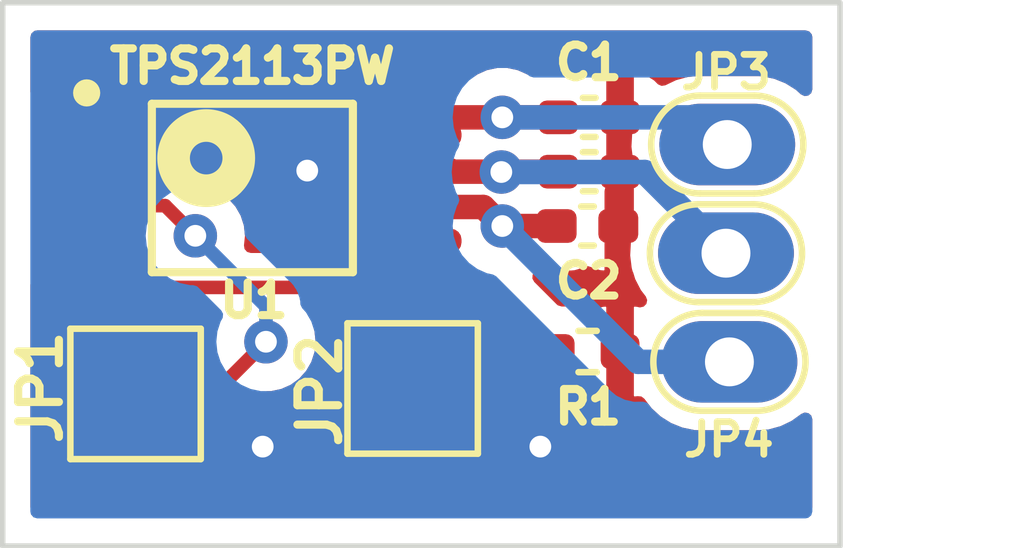
<source format=kicad_pcb>
(kicad_pcb (version 20211014) (generator pcbnew)
  (layers (0 "F.Cu" signal) (31 "B.Cu" signal) (34 "B.Paste" user) (35 "F.Paste" user) (36 "B.SilkS" user "B.Silkscreen") (37 "F.SilkS" user "F.Silkscreen") (38 "B.Mask" user) (39 "F.Mask" user) (44 "Edge.Cuts" user))
  (net 0 "")
  (net 1 "GND")
  (net 2 "+3.3V")
  (net 3 "+5V")
  (net 4 "VCC")
  (net 5 "VSELECT")
  (net 6 "Net-(R1-Pad2)")
  (footprint "TestPoint:TestPoint_Pad_2.0x2.0mm" (layer "F.Cu") (at 34.5 24.48)
    (fp_text reference "JP2" (at -1.71 0.04 90) (layer "F.SilkS") (effects (font (size 0.75 0.75))))
    (fp_text value "GND")
    (fp_line (start 1.2 1.2) (end -1.2 1.2) (layer "F.SilkS") (width 0.12))
    (fp_line (start 1.2 -1.2) (end 1.2 1.2) (layer "F.SilkS") (width 0.12))
    (fp_line (start -1.2 -1.2) (end 1.2 -1.2) (layer "F.SilkS") (width 0.12))
    (fp_line (start -1.2 1.2) (end -1.2 -1.2) (layer "F.SilkS") (width 0.12))
    (pad "1" smd rect (at 0 0) (size 2 2) (layers "F.Cu" "F.Mask") (net 1 "GND"))
  )
  (footprint "Capacitor_SMD:C_0402_1005Metric_Pad0.74x0.62mm_HandSolder" (layer "F.Cu") (at 37.75 19.49 180)
    (fp_text reference "C1" (at 0.01 1.01) (layer "F.SilkS") (effects (font (size 0.6 0.6))))
    (fp_text value "0.1 uF")
    (fp_line (start -0.115835 -0.36) (end 0.115835 -0.36) (layer "F.SilkS") (width 0.12))
    (fp_line (start -0.115835 0.36) (end 0.115835 0.36) (layer "F.SilkS") (width 0.12))
    (pad "1" smd roundrect (at -0.5675 0 180) (size 0.735 0.62) (layers "F.Cu" "F.Paste" "F.Mask") (net 1 "GND"))
    (pad "2" smd roundrect (at 0.5675 0 180) (size 0.735 0.62) (layers "F.Cu" "F.Paste" "F.Mask") (net 2 "+3.3V"))
  )
  (footprint "Personal:Texas_Instruments-TPS2113PW-Level_A" (layer "F.Cu") (at 31.55 20.79)
    (fp_text reference "U1" (at -0.67 2.07) (layer "F.SilkS") (effects (font (size 0.6 0.6)) (justify left)))
    (fp_text value "TPS2113PW" (at 0 -2.24) (layer "F.SilkS") (effects (font (size 0.6 0.6))))
    (fp_line (start -1.849999 1.549999) (end -1.849999 -1.549999) (layer "F.SilkS") (width 0.15))
    (fp_line (start -1.849999 1.549999) (end 1.850001 1.549999) (layer "F.SilkS") (width 0.15))
    (fp_line (start -1.849999 -1.549999) (end 1.850001 -1.549999) (layer "F.SilkS") (width 0.15))
    (fp_line (start 1.850001 1.549999) (end 1.850001 -1.549999) (layer "F.SilkS") (width 0.15))
    (fp_circle (center -3.049999 -1.749999) (end -2.924998 -1.749999) (layer "F.SilkS") (width 0.249999) (fill none))
    (fp_circle (center -0.849998 -0.549999) (end -0.549999 -0.549999) (layer "F.SilkS") (width 0.599999) (fill none))
    (pad "1" smd roundrect (at -3.049999 -0.974999 270) (size 0.449999 1.599999) (layers "F.Cu" "F.Paste" "F.Mask") (roundrect_rratio 0.4399965333))
    (pad "2" smd roundrect (at -3.049999 -0.324998 270) (size 0.449999 1.599999) (layers "F.Cu" "F.Paste" "F.Mask") (roundrect_rratio 0.4399965333) (net 1 "GND"))
    (pad "3" smd roundrect (at -3.049999 0.325001 270) (size 0.449999 1.599999) (layers "F.Cu" "F.Paste" "F.Mask") (roundrect_rratio 0.4399965333) (net 5 "VSELECT"))
    (pad "4" smd roundrect (at -3.049999 0.975002 270) (size 0.449999 1.599999) (layers "F.Cu" "F.Paste" "F.Mask") (roundrect_rratio 0.4399965333) (net 6 "Net-(R1-Pad2)"))
    (pad "5" smd roundrect (at 3.050002 0.975002 270) (size 0.449999 1.599999) (layers "F.Cu" "F.Paste" "F.Mask") (roundrect_rratio 0.4399965333) (net 1 "GND"))
    (pad "6" smd roundrect (at 3.050002 0.325001 270) (size 0.449999 1.599999) (layers "F.Cu" "F.Paste" "F.Mask") (roundrect_rratio 0.4399965333) (net 3 "+5V"))
    (pad "7" smd roundrect (at 3.050002 -0.324998 270) (size 0.449999 1.599999) (layers "F.Cu" "F.Paste" "F.Mask") (roundrect_rratio 0.4399965333) (net 4 "VCC"))
    (pad "8" smd roundrect (at 3.050002 -0.974999 270) (size 0.449999 1.599999) (layers "F.Cu" "F.Paste" "F.Mask") (roundrect_rratio 0.4399965333) (net 2 "+3.3V"))
  )
  (footprint "Personal:Vpower-Switch-Pad" (layer "F.Cu") (at 40.29 18.89)
    (fp_text reference "JP3" (at -0.02 -0.23 unlocked) (layer "F.SilkS") (effects (font (size 0.6 0.6) (thickness 0.125))))
    (fp_text value "3.3V")
    (fp_line (start -0.5 2) (end 0.5 2) (layer "F.SilkS") (width 0.12))
    (fp_line (start -0.5 0.2) (end 0.5 0.2) (layer "F.SilkS") (width 0.12))
    (fp_arc (start -0.5 2) (mid -1.4 1.1) (end -0.5 0.2) (layer "F.SilkS") (width 0.12))
    (fp_arc (start 0.5 0.2) (mid 1.4 1.1) (end 0.5 2) (layer "F.SilkS") (width 0.12))
    (pad "1" thru_hole oval (at 0 1.1 90) (size 1.5 2.5) (drill 0.9) (layers *.Cu *.Mask) (net 2 "+3.3V"))
  )
  (footprint "Personal:Vpower-Switch-Pad" (layer "F.Cu") (at 40.266635 20.89)
    (fp_text reference "JP5" hide)
    (fp_text value "VCC")
    (fp_line (start -0.5 0.2) (end 0.5 0.2) (layer "F.SilkS") (width 0.12))
    (fp_line (start -0.5 2) (end 0.5 2) (layer "F.SilkS") (width 0.12))
    (fp_arc (start -0.5 2) (mid -1.4 1.1) (end -0.5 0.2) (layer "F.SilkS") (width 0.12))
    (fp_arc (start 0.5 0.2) (mid 1.4 1.1) (end 0.5 2) (layer "F.SilkS") (width 0.12))
    (pad "1" thru_hole oval (at 0 1.1 90) (size 1.5 2.5) (drill 0.9) (layers *.Cu *.Mask) (net 4 "VCC"))
  )
  (footprint "Capacitor_SMD:C_0402_1005Metric_Pad0.74x0.62mm_HandSolder" (layer "F.Cu") (at 37.7175 21.49)
    (fp_text reference "C2" (at 0.0225 1.01) (layer "F.SilkS") (effects (font (size 0.6 0.6))))
    (fp_text value "0.1 uF")
    (fp_line (start -0.115835 -0.36) (end 0.115835 -0.36) (layer "F.SilkS") (width 0.12))
    (fp_line (start -0.115835 0.36) (end 0.115835 0.36) (layer "F.SilkS") (width 0.12))
    (pad "1" smd roundrect (at -0.5675 0) (size 0.735 0.62) (layers "F.Cu" "F.Paste" "F.Mask") (net 3 "+5V"))
    (pad "2" smd roundrect (at 0.5675 0) (size 0.735 0.62) (layers "F.Cu" "F.Paste" "F.Mask") (net 1 "GND"))
  )
  (footprint "Capacitor_SMD:C_0402_1005Metric_Pad0.74x0.62mm_HandSolder" (layer "F.Cu") (at 37.75 20.49)
    (fp_text reference "C3" hide)
    (fp_text value "10 uF")
    (fp_line (start -0.115835 -0.36) (end 0.115835 -0.36) (layer "F.SilkS") (width 0.12))
    (fp_line (start -0.115835 0.36) (end 0.115835 0.36) (layer "F.SilkS") (width 0.12))
    (pad "1" smd roundrect (at -0.5675 0) (size 0.735 0.62) (layers "F.Cu" "F.Paste" "F.Mask") (net 4 "VCC"))
    (pad "2" smd roundrect (at 0.5675 0) (size 0.735 0.62) (layers "F.Cu" "F.Paste" "F.Mask") (net 1 "GND"))
  )
  (footprint "Resistor_SMD:R_0402_1005Metric_Pad0.72x0.64mm_HandSolder" (layer "F.Cu") (at 37.72 23.8 180)
    (fp_text reference "R1" (at -0.01 -1.02) (layer "F.SilkS") (effects (font (size 0.6 0.6))))
    (fp_text value "550")
    (fp_line (start -0.167621 -0.38) (end 0.167621 -0.38) (layer "F.SilkS") (width 0.12))
    (fp_line (start -0.167621 0.38) (end 0.167621 0.38) (layer "F.SilkS") (width 0.12))
    (pad "1" smd roundrect (at -0.5975 0 180) (size 0.715 0.64) (layers "F.Cu" "F.Paste" "F.Mask") (net 1 "GND"))
    (pad "2" smd roundrect (at 0.5975 0 180) (size 0.715 0.64) (layers "F.Cu" "F.Paste" "F.Mask") (net 6 "Net-(R1-Pad2)"))
  )
  (footprint "TestPoint:TestPoint_Pad_2.0x2.0mm" (layer "F.Cu") (at 29.4 24.58)
    (fp_text reference "JP1" (at -1.75 -0.12 90) (layer "F.SilkS") (effects (font (size 0.75 0.75))))
    (fp_text value "VSELECT")
    (fp_line (start -1.2 -1.2) (end 1.2 -1.2) (layer "F.SilkS") (width 0.12))
    (fp_line (start -1.2 1.2) (end -1.2 -1.2) (layer "F.SilkS") (width 0.12))
    (fp_line (start 1.2 -1.2) (end 1.2 1.2) (layer "F.SilkS") (width 0.12))
    (fp_line (start 1.2 1.2) (end -1.2 1.2) (layer "F.SilkS") (width 0.12))
    (pad "1" smd rect (at 0 0) (size 2 2) (layers "F.Cu" "F.Mask") (net 5 "VSELECT"))
  )
  (footprint "Personal:Vpower-Switch-Pad" (layer "F.Cu") (at 40.33 22.89)
    (fp_text reference "JP4" (at -0.01 2.53 unlocked) (layer "F.SilkS") (effects (font (size 0.6 0.6) (thickness 0.125))))
    (fp_text value "5V")
    (fp_line (start -0.5 0.2) (end 0.5 0.2) (layer "F.SilkS") (width 0.12))
    (fp_line (start -0.5 2) (end 0.5 2) (layer "F.SilkS") (width 0.12))
    (fp_arc (start 0.5 0.2) (mid 1.4 1.1) (end 0.5 2) (layer "F.SilkS") (width 0.12))
    (fp_arc (start -0.5 2) (mid -1.4 1.1) (end -0.5 0.2) (layer "F.SilkS") (width 0.12))
    (pad "1" thru_hole oval (at 0 1.1 90) (size 1.5 2.5) (drill 0.9) (layers *.Cu *.Mask) (net 3 "+5V"))
  )
  (gr_rect (start 42.365 27.38) (end 26.955 17.38) (layer "Edge.Cuts") (width 0.1) (fill none))
  (segment (start 38.3175 19.49) (end 38.3175 21.4575) (width 0.25) (layer "F.Cu") (net 1))
  (segment (start 33.88137 21.765002) (end 34.600002 21.765002) (width 0.45) (layer "F.Cu") (net 1))
  (segment (start 32.58137 20.465002) (end 33.88137 21.765002) (width 0.45) (layer "F.Cu") (net 1))
  (segment (start 38.3175 21.4575) (end 38.285 21.49) (width 0.25) (layer "F.Cu") (net 1))
  (segment (start 28.500001 20.465002) (end 32.58137 20.465002) (width 0.45) (layer "F.Cu") (net 1))
  (via (at 31.74 25.55) (size 0.8) (drill 0.4) (layers "F.Cu" "B.Cu") (net 1))
  (via (at 36.85 25.55) (size 0.8) (drill 0.4) (layers "F.Cu" "B.Cu") (net 1))
  (via (at 32.56 20.47) (size 0.8) (drill 0.4) (layers "F.Cu" "B.Cu") (net 1))
  (segment (start 34.875 19.49) (end 34.525001 19.839999) (width 0.45) (layer "F.Cu") (net 2))
  (segment (start 37.1825 19.49) (end 36.15 19.49) (width 0.45) (layer "F.Cu") (net 2))
  (segment (start 36.15 19.49) (end 34.875 19.49) (width 0.45) (layer "F.Cu") (net 2))
  (via (at 36.15 19.49) (size 0.8) (drill 0.4) (layers "F.Cu" "B.Cu") (net 2))
  (segment (start 36.15 19.49) (end 39.79 19.49) (width 0.45) (layer "B.Cu") (net 2))
  (segment (start 39.9 19.6) (end 40.3 20) (width 0.45) (layer "B.Cu") (net 2))
  (segment (start 39.79 19.49) (end 40.29 19.99) (width 0.45) (layer "B.Cu") (net 2))
  (segment (start 34.525001 21.139999) (end 35.799999 21.139999) (width 0.45) (layer "F.Cu") (net 3))
  (segment (start 37.15 21.49) (end 36.15 21.49) (width 0.45) (layer "F.Cu") (net 3))
  (segment (start 35.799999 21.139999) (end 36.15 21.49) (width 0.45) (layer "F.Cu") (net 3))
  (via (at 36.15 21.49) (size 0.8) (drill 0.4) (layers "F.Cu" "B.Cu") (net 3))
  (segment (start 38.65 23.99) (end 40.33 23.99) (width 0.45) (layer "B.Cu") (net 3))
  (segment (start 36.15 21.49) (end 38.65 23.99) (width 0.45) (layer "B.Cu") (net 3))
  (segment (start 34.525001 20.49) (end 37.1825 20.49) (width 0.45) (layer "F.Cu") (net 4))
  (via (at 36.132031 20.496061) (size 0.8) (drill 0.4) (layers "F.Cu" "B.Cu") (net 4))
  (segment (start 36.132031 20.496061) (end 38.772696 20.496061) (width 0.45) (layer "B.Cu") (net 4))
  (segment (start 38.772696 20.496061) (end 40.266635 21.99) (width 0.45) (layer "B.Cu") (net 4))
  (segment (start 28.500001 21.115001) (end 29.945001 21.115001) (width 0.25) (layer "F.Cu") (net 5))
  (segment (start 30.84 24.58) (end 29.4 24.58) (width 0.25) (layer "F.Cu") (net 5))
  (segment (start 31.8 23.62) (end 30.84 24.58) (width 0.25) (layer "F.Cu") (net 5))
  (segment (start 29.945001 21.115001) (end 30.5 21.67) (width 0.25) (layer "F.Cu") (net 5))
  (via (at 30.5 21.67) (size 0.8) (drill 0.4) (layers "F.Cu" "B.Cu") (net 5))
  (via (at 31.8 23.62) (size 0.8) (drill 0.4) (layers "F.Cu" "B.Cu") (net 5))
  (segment (start 31.8 23.62) (end 31.8 22.97) (width 0.25) (layer "B.Cu") (net 5))
  (segment (start 31.8 22.97) (end 30.5 21.67) (width 0.25) (layer "B.Cu") (net 5))
  (segment (start 28.500001 21.765002) (end 29.354999 22.62) (width 0.25) (layer "F.Cu") (net 6))
  (segment (start 29.354999 22.62) (end 35.9425 22.62) (width 0.25) (layer "F.Cu") (net 6))
  (segment (start 35.9425 22.62) (end 37.1225 23.8) (width 0.25) (layer "F.Cu") (net 6))
  (zone (net 1) (net_name "GND") (layer "F.Cu") (connect_pads (clearance 0.508)) (min_thickness 0.254) (fill yes (thermal_gap 0.508) (thermal_bridge_width 0.508))
    (polygon (pts (xy 42.29 26.79) (xy 27.03 26.79) (xy 27.03 17.45) (xy 42.29 17.45)))
  )
  (zone (net 1) (net_name "GND") (layer "B.Cu") (connect_pads (clearance 0.508)) (min_thickness 0.254) (fill yes (thermal_gap 0.508) (thermal_bridge_width 0.508))
    (polygon (pts (xy 42.278928 27.312014) (xy 27.001361 27.325614) (xy 27.003057 17.45771) (xy 42.280704 17.44411)))
  )
)
</source>
